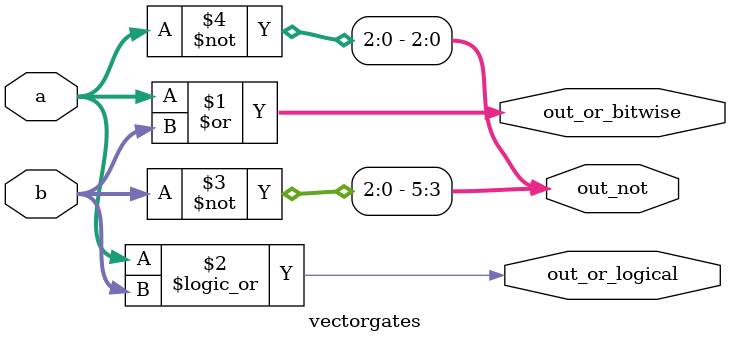
<source format=sv>
module vectorgates 
(
  input [2:0] a,
  input [2:0] b,
  output [2:0] out_or_bitwise,
  output out_or_logical,
  output [5:0] out_not
);

  assign out_or_bitwise = a |  b;
  assign out_or_logical = a || b;
  assign out_not[5:3] = ~b;
  assign out_not[2:0] = ~a;

endmodule
</source>
